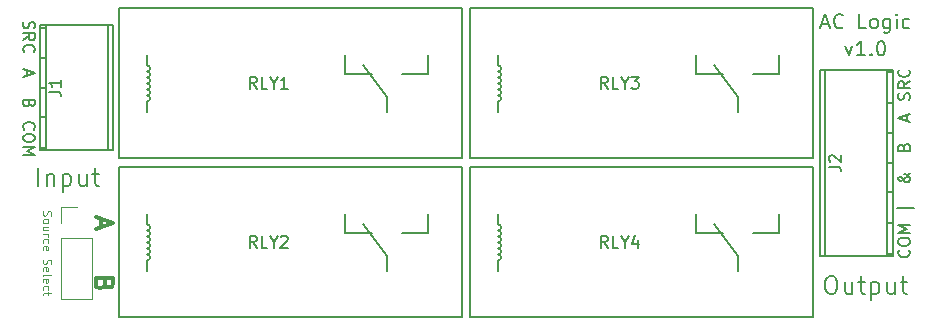
<source format=gbr>
G04 #@! TF.FileFunction,Legend,Top*
%FSLAX46Y46*%
G04 Gerber Fmt 4.6, Leading zero omitted, Abs format (unit mm)*
G04 Created by KiCad (PCBNEW 4.0.7) date 02/04/19 17:51:41*
%MOMM*%
%LPD*%
G01*
G04 APERTURE LIST*
%ADD10C,0.100000*%
%ADD11C,0.150000*%
%ADD12C,0.200000*%
%ADD13C,0.300000*%
%ADD14C,0.120000*%
G04 APERTURE END LIST*
D10*
D11*
X184467715Y-78990857D02*
X184753429Y-79790857D01*
X185039143Y-78990857D01*
X186124858Y-79790857D02*
X185439143Y-79790857D01*
X185782001Y-79790857D02*
X185782001Y-78590857D01*
X185667715Y-78762286D01*
X185553429Y-78876571D01*
X185439143Y-78933714D01*
X186639143Y-79676571D02*
X186696286Y-79733714D01*
X186639143Y-79790857D01*
X186582000Y-79733714D01*
X186639143Y-79676571D01*
X186639143Y-79790857D01*
X187439144Y-78590857D02*
X187553429Y-78590857D01*
X187667715Y-78648000D01*
X187724858Y-78705143D01*
X187782001Y-78819429D01*
X187839144Y-79048000D01*
X187839144Y-79333714D01*
X187782001Y-79562286D01*
X187724858Y-79676571D01*
X187667715Y-79733714D01*
X187553429Y-79790857D01*
X187439144Y-79790857D01*
X187324858Y-79733714D01*
X187267715Y-79676571D01*
X187210572Y-79562286D01*
X187153429Y-79333714D01*
X187153429Y-79048000D01*
X187210572Y-78819429D01*
X187267715Y-78705143D01*
X187324858Y-78648000D01*
X187439144Y-78590857D01*
X182467714Y-77162000D02*
X183039143Y-77162000D01*
X182353429Y-77504857D02*
X182753429Y-76304857D01*
X183153429Y-77504857D01*
X184239143Y-77390571D02*
X184182000Y-77447714D01*
X184010571Y-77504857D01*
X183896285Y-77504857D01*
X183724857Y-77447714D01*
X183610571Y-77333429D01*
X183553428Y-77219143D01*
X183496285Y-76990571D01*
X183496285Y-76819143D01*
X183553428Y-76590571D01*
X183610571Y-76476286D01*
X183724857Y-76362000D01*
X183896285Y-76304857D01*
X184010571Y-76304857D01*
X184182000Y-76362000D01*
X184239143Y-76419143D01*
X186239143Y-77504857D02*
X185667714Y-77504857D01*
X185667714Y-76304857D01*
X186810572Y-77504857D02*
X186696286Y-77447714D01*
X186639143Y-77390571D01*
X186582000Y-77276286D01*
X186582000Y-76933429D01*
X186639143Y-76819143D01*
X186696286Y-76762000D01*
X186810572Y-76704857D01*
X186982000Y-76704857D01*
X187096286Y-76762000D01*
X187153429Y-76819143D01*
X187210572Y-76933429D01*
X187210572Y-77276286D01*
X187153429Y-77390571D01*
X187096286Y-77447714D01*
X186982000Y-77504857D01*
X186810572Y-77504857D01*
X188239143Y-76704857D02*
X188239143Y-77676286D01*
X188182000Y-77790571D01*
X188124857Y-77847714D01*
X188010572Y-77904857D01*
X187839143Y-77904857D01*
X187724857Y-77847714D01*
X188239143Y-77447714D02*
X188124857Y-77504857D01*
X187896286Y-77504857D01*
X187782000Y-77447714D01*
X187724857Y-77390571D01*
X187667714Y-77276286D01*
X187667714Y-76933429D01*
X187724857Y-76819143D01*
X187782000Y-76762000D01*
X187896286Y-76704857D01*
X188124857Y-76704857D01*
X188239143Y-76762000D01*
X188810571Y-77504857D02*
X188810571Y-76704857D01*
X188810571Y-76304857D02*
X188753428Y-76362000D01*
X188810571Y-76419143D01*
X188867714Y-76362000D01*
X188810571Y-76304857D01*
X188810571Y-76419143D01*
X189896286Y-77447714D02*
X189782000Y-77504857D01*
X189553429Y-77504857D01*
X189439143Y-77447714D01*
X189382000Y-77390571D01*
X189324857Y-77276286D01*
X189324857Y-76933429D01*
X189382000Y-76819143D01*
X189439143Y-76762000D01*
X189553429Y-76704857D01*
X189782000Y-76704857D01*
X189896286Y-76762000D01*
X189841143Y-96289714D02*
X189888762Y-96337333D01*
X189936381Y-96480190D01*
X189936381Y-96575428D01*
X189888762Y-96718286D01*
X189793524Y-96813524D01*
X189698286Y-96861143D01*
X189507810Y-96908762D01*
X189364952Y-96908762D01*
X189174476Y-96861143D01*
X189079238Y-96813524D01*
X188984000Y-96718286D01*
X188936381Y-96575428D01*
X188936381Y-96480190D01*
X188984000Y-96337333D01*
X189031619Y-96289714D01*
X188936381Y-95670667D02*
X188936381Y-95480190D01*
X188984000Y-95384952D01*
X189079238Y-95289714D01*
X189269714Y-95242095D01*
X189603048Y-95242095D01*
X189793524Y-95289714D01*
X189888762Y-95384952D01*
X189936381Y-95480190D01*
X189936381Y-95670667D01*
X189888762Y-95765905D01*
X189793524Y-95861143D01*
X189603048Y-95908762D01*
X189269714Y-95908762D01*
X189079238Y-95861143D01*
X188984000Y-95765905D01*
X188936381Y-95670667D01*
X189936381Y-94813524D02*
X188936381Y-94813524D01*
X189650667Y-94480190D01*
X188936381Y-94146857D01*
X189936381Y-94146857D01*
X190269714Y-92710000D02*
X188841143Y-92710000D01*
X189936381Y-89741428D02*
X189936381Y-89789047D01*
X189888762Y-89884285D01*
X189745905Y-90027142D01*
X189460190Y-90265237D01*
X189317333Y-90360476D01*
X189174476Y-90408095D01*
X189079238Y-90408095D01*
X188984000Y-90360476D01*
X188936381Y-90265237D01*
X188936381Y-90217618D01*
X188984000Y-90122380D01*
X189079238Y-90074761D01*
X189126857Y-90074761D01*
X189222095Y-90122380D01*
X189269714Y-90169999D01*
X189460190Y-90455714D01*
X189507810Y-90503333D01*
X189603048Y-90550952D01*
X189745905Y-90550952D01*
X189841143Y-90503333D01*
X189888762Y-90455714D01*
X189936381Y-90360476D01*
X189936381Y-90217618D01*
X189888762Y-90122380D01*
X189841143Y-90074761D01*
X189650667Y-89931904D01*
X189507810Y-89884285D01*
X189412571Y-89884285D01*
X189412571Y-87558571D02*
X189460190Y-87415714D01*
X189507810Y-87368095D01*
X189603048Y-87320476D01*
X189745905Y-87320476D01*
X189841143Y-87368095D01*
X189888762Y-87415714D01*
X189936381Y-87510952D01*
X189936381Y-87891905D01*
X188936381Y-87891905D01*
X188936381Y-87558571D01*
X188984000Y-87463333D01*
X189031619Y-87415714D01*
X189126857Y-87368095D01*
X189222095Y-87368095D01*
X189317333Y-87415714D01*
X189364952Y-87463333D01*
X189412571Y-87558571D01*
X189412571Y-87891905D01*
X189650667Y-85328095D02*
X189650667Y-84851904D01*
X189936381Y-85423333D02*
X188936381Y-85090000D01*
X189936381Y-84756666D01*
X189888762Y-83581714D02*
X189936381Y-83438857D01*
X189936381Y-83200761D01*
X189888762Y-83105523D01*
X189841143Y-83057904D01*
X189745905Y-83010285D01*
X189650667Y-83010285D01*
X189555429Y-83057904D01*
X189507810Y-83105523D01*
X189460190Y-83200761D01*
X189412571Y-83391238D01*
X189364952Y-83486476D01*
X189317333Y-83534095D01*
X189222095Y-83581714D01*
X189126857Y-83581714D01*
X189031619Y-83534095D01*
X188984000Y-83486476D01*
X188936381Y-83391238D01*
X188936381Y-83153142D01*
X188984000Y-83010285D01*
X189936381Y-82010285D02*
X189460190Y-82343619D01*
X189936381Y-82581714D02*
X188936381Y-82581714D01*
X188936381Y-82200761D01*
X188984000Y-82105523D01*
X189031619Y-82057904D01*
X189126857Y-82010285D01*
X189269714Y-82010285D01*
X189364952Y-82057904D01*
X189412571Y-82105523D01*
X189460190Y-82200761D01*
X189460190Y-82581714D01*
X189841143Y-81010285D02*
X189888762Y-81057904D01*
X189936381Y-81200761D01*
X189936381Y-81295999D01*
X189888762Y-81438857D01*
X189793524Y-81534095D01*
X189698286Y-81581714D01*
X189507810Y-81629333D01*
X189364952Y-81629333D01*
X189174476Y-81581714D01*
X189079238Y-81534095D01*
X188984000Y-81438857D01*
X188936381Y-81295999D01*
X188936381Y-81200761D01*
X188984000Y-81057904D01*
X189031619Y-81010285D01*
D12*
X183146285Y-98492571D02*
X183431999Y-98492571D01*
X183574857Y-98564000D01*
X183717714Y-98706857D01*
X183789142Y-98992571D01*
X183789142Y-99492571D01*
X183717714Y-99778286D01*
X183574857Y-99921143D01*
X183431999Y-99992571D01*
X183146285Y-99992571D01*
X183003428Y-99921143D01*
X182860571Y-99778286D01*
X182789142Y-99492571D01*
X182789142Y-98992571D01*
X182860571Y-98706857D01*
X183003428Y-98564000D01*
X183146285Y-98492571D01*
X185074857Y-98992571D02*
X185074857Y-99992571D01*
X184432000Y-98992571D02*
X184432000Y-99778286D01*
X184503428Y-99921143D01*
X184646286Y-99992571D01*
X184860571Y-99992571D01*
X185003428Y-99921143D01*
X185074857Y-99849714D01*
X185574857Y-98992571D02*
X186146286Y-98992571D01*
X185789143Y-98492571D02*
X185789143Y-99778286D01*
X185860571Y-99921143D01*
X186003429Y-99992571D01*
X186146286Y-99992571D01*
X186646286Y-98992571D02*
X186646286Y-100492571D01*
X186646286Y-99064000D02*
X186789143Y-98992571D01*
X187074857Y-98992571D01*
X187217714Y-99064000D01*
X187289143Y-99135429D01*
X187360572Y-99278286D01*
X187360572Y-99706857D01*
X187289143Y-99849714D01*
X187217714Y-99921143D01*
X187074857Y-99992571D01*
X186789143Y-99992571D01*
X186646286Y-99921143D01*
X188646286Y-98992571D02*
X188646286Y-99992571D01*
X188003429Y-98992571D02*
X188003429Y-99778286D01*
X188074857Y-99921143D01*
X188217715Y-99992571D01*
X188432000Y-99992571D01*
X188574857Y-99921143D01*
X188646286Y-99849714D01*
X189146286Y-98992571D02*
X189717715Y-98992571D01*
X189360572Y-98492571D02*
X189360572Y-99778286D01*
X189432000Y-99921143D01*
X189574858Y-99992571D01*
X189717715Y-99992571D01*
D11*
X114911238Y-76946286D02*
X114863619Y-77089143D01*
X114863619Y-77327239D01*
X114911238Y-77422477D01*
X114958857Y-77470096D01*
X115054095Y-77517715D01*
X115149333Y-77517715D01*
X115244571Y-77470096D01*
X115292190Y-77422477D01*
X115339810Y-77327239D01*
X115387429Y-77136762D01*
X115435048Y-77041524D01*
X115482667Y-76993905D01*
X115577905Y-76946286D01*
X115673143Y-76946286D01*
X115768381Y-76993905D01*
X115816000Y-77041524D01*
X115863619Y-77136762D01*
X115863619Y-77374858D01*
X115816000Y-77517715D01*
X114863619Y-78517715D02*
X115339810Y-78184381D01*
X114863619Y-77946286D02*
X115863619Y-77946286D01*
X115863619Y-78327239D01*
X115816000Y-78422477D01*
X115768381Y-78470096D01*
X115673143Y-78517715D01*
X115530286Y-78517715D01*
X115435048Y-78470096D01*
X115387429Y-78422477D01*
X115339810Y-78327239D01*
X115339810Y-77946286D01*
X114958857Y-79517715D02*
X114911238Y-79470096D01*
X114863619Y-79327239D01*
X114863619Y-79232001D01*
X114911238Y-79089143D01*
X115006476Y-78993905D01*
X115101714Y-78946286D01*
X115292190Y-78898667D01*
X115435048Y-78898667D01*
X115625524Y-78946286D01*
X115720762Y-78993905D01*
X115816000Y-79089143D01*
X115863619Y-79232001D01*
X115863619Y-79327239D01*
X115816000Y-79470096D01*
X115768381Y-79517715D01*
X114958857Y-86082286D02*
X114911238Y-86034667D01*
X114863619Y-85891810D01*
X114863619Y-85796572D01*
X114911238Y-85653714D01*
X115006476Y-85558476D01*
X115101714Y-85510857D01*
X115292190Y-85463238D01*
X115435048Y-85463238D01*
X115625524Y-85510857D01*
X115720762Y-85558476D01*
X115816000Y-85653714D01*
X115863619Y-85796572D01*
X115863619Y-85891810D01*
X115816000Y-86034667D01*
X115768381Y-86082286D01*
X115863619Y-86701333D02*
X115863619Y-86891810D01*
X115816000Y-86987048D01*
X115720762Y-87082286D01*
X115530286Y-87129905D01*
X115196952Y-87129905D01*
X115006476Y-87082286D01*
X114911238Y-86987048D01*
X114863619Y-86891810D01*
X114863619Y-86701333D01*
X114911238Y-86606095D01*
X115006476Y-86510857D01*
X115196952Y-86463238D01*
X115530286Y-86463238D01*
X115720762Y-86510857D01*
X115816000Y-86606095D01*
X115863619Y-86701333D01*
X114863619Y-87558476D02*
X115863619Y-87558476D01*
X115149333Y-87891810D01*
X115863619Y-88225143D01*
X114863619Y-88225143D01*
X115387429Y-83891429D02*
X115339810Y-84034286D01*
X115292190Y-84081905D01*
X115196952Y-84129524D01*
X115054095Y-84129524D01*
X114958857Y-84081905D01*
X114911238Y-84034286D01*
X114863619Y-83939048D01*
X114863619Y-83558095D01*
X115863619Y-83558095D01*
X115863619Y-83891429D01*
X115816000Y-83986667D01*
X115768381Y-84034286D01*
X115673143Y-84081905D01*
X115577905Y-84081905D01*
X115482667Y-84034286D01*
X115435048Y-83986667D01*
X115387429Y-83891429D01*
X115387429Y-83558095D01*
X115149333Y-81041905D02*
X115149333Y-81518096D01*
X114863619Y-80946667D02*
X115863619Y-81280000D01*
X114863619Y-81613334D01*
D12*
X116153714Y-90848571D02*
X116153714Y-89348571D01*
X116868000Y-89848571D02*
X116868000Y-90848571D01*
X116868000Y-89991429D02*
X116939428Y-89920000D01*
X117082286Y-89848571D01*
X117296571Y-89848571D01*
X117439428Y-89920000D01*
X117510857Y-90062857D01*
X117510857Y-90848571D01*
X118225143Y-89848571D02*
X118225143Y-91348571D01*
X118225143Y-89920000D02*
X118368000Y-89848571D01*
X118653714Y-89848571D01*
X118796571Y-89920000D01*
X118868000Y-89991429D01*
X118939429Y-90134286D01*
X118939429Y-90562857D01*
X118868000Y-90705714D01*
X118796571Y-90777143D01*
X118653714Y-90848571D01*
X118368000Y-90848571D01*
X118225143Y-90777143D01*
X120225143Y-89848571D02*
X120225143Y-90848571D01*
X119582286Y-89848571D02*
X119582286Y-90634286D01*
X119653714Y-90777143D01*
X119796572Y-90848571D01*
X120010857Y-90848571D01*
X120153714Y-90777143D01*
X120225143Y-90705714D01*
X120725143Y-89848571D02*
X121296572Y-89848571D01*
X120939429Y-89348571D02*
X120939429Y-90634286D01*
X121010857Y-90777143D01*
X121153715Y-90848571D01*
X121296572Y-90848571D01*
D10*
X116556667Y-92986667D02*
X116523333Y-93086667D01*
X116523333Y-93253334D01*
X116556667Y-93320001D01*
X116590000Y-93353334D01*
X116656667Y-93386667D01*
X116723333Y-93386667D01*
X116790000Y-93353334D01*
X116823333Y-93320001D01*
X116856667Y-93253334D01*
X116890000Y-93120001D01*
X116923333Y-93053334D01*
X116956667Y-93020001D01*
X117023333Y-92986667D01*
X117090000Y-92986667D01*
X117156667Y-93020001D01*
X117190000Y-93053334D01*
X117223333Y-93120001D01*
X117223333Y-93286667D01*
X117190000Y-93386667D01*
X116523333Y-93786668D02*
X116556667Y-93720001D01*
X116590000Y-93686668D01*
X116656667Y-93653334D01*
X116856667Y-93653334D01*
X116923333Y-93686668D01*
X116956667Y-93720001D01*
X116990000Y-93786668D01*
X116990000Y-93886668D01*
X116956667Y-93953334D01*
X116923333Y-93986668D01*
X116856667Y-94020001D01*
X116656667Y-94020001D01*
X116590000Y-93986668D01*
X116556667Y-93953334D01*
X116523333Y-93886668D01*
X116523333Y-93786668D01*
X116990000Y-94620001D02*
X116523333Y-94620001D01*
X116990000Y-94320001D02*
X116623333Y-94320001D01*
X116556667Y-94353334D01*
X116523333Y-94420001D01*
X116523333Y-94520001D01*
X116556667Y-94586667D01*
X116590000Y-94620001D01*
X116523333Y-94953334D02*
X116990000Y-94953334D01*
X116856667Y-94953334D02*
X116923333Y-94986667D01*
X116956667Y-95020000D01*
X116990000Y-95086667D01*
X116990000Y-95153334D01*
X116556667Y-95686667D02*
X116523333Y-95620000D01*
X116523333Y-95486667D01*
X116556667Y-95420000D01*
X116590000Y-95386667D01*
X116656667Y-95353333D01*
X116856667Y-95353333D01*
X116923333Y-95386667D01*
X116956667Y-95420000D01*
X116990000Y-95486667D01*
X116990000Y-95620000D01*
X116956667Y-95686667D01*
X116556667Y-96253333D02*
X116523333Y-96186667D01*
X116523333Y-96053333D01*
X116556667Y-95986667D01*
X116623333Y-95953333D01*
X116890000Y-95953333D01*
X116956667Y-95986667D01*
X116990000Y-96053333D01*
X116990000Y-96186667D01*
X116956667Y-96253333D01*
X116890000Y-96286667D01*
X116823333Y-96286667D01*
X116756667Y-95953333D01*
X116556667Y-97086666D02*
X116523333Y-97186666D01*
X116523333Y-97353333D01*
X116556667Y-97420000D01*
X116590000Y-97453333D01*
X116656667Y-97486666D01*
X116723333Y-97486666D01*
X116790000Y-97453333D01*
X116823333Y-97420000D01*
X116856667Y-97353333D01*
X116890000Y-97220000D01*
X116923333Y-97153333D01*
X116956667Y-97120000D01*
X117023333Y-97086666D01*
X117090000Y-97086666D01*
X117156667Y-97120000D01*
X117190000Y-97153333D01*
X117223333Y-97220000D01*
X117223333Y-97386666D01*
X117190000Y-97486666D01*
X116556667Y-98053333D02*
X116523333Y-97986667D01*
X116523333Y-97853333D01*
X116556667Y-97786667D01*
X116623333Y-97753333D01*
X116890000Y-97753333D01*
X116956667Y-97786667D01*
X116990000Y-97853333D01*
X116990000Y-97986667D01*
X116956667Y-98053333D01*
X116890000Y-98086667D01*
X116823333Y-98086667D01*
X116756667Y-97753333D01*
X116523333Y-98486667D02*
X116556667Y-98420000D01*
X116623333Y-98386667D01*
X117223333Y-98386667D01*
X116556667Y-99020000D02*
X116523333Y-98953334D01*
X116523333Y-98820000D01*
X116556667Y-98753334D01*
X116623333Y-98720000D01*
X116890000Y-98720000D01*
X116956667Y-98753334D01*
X116990000Y-98820000D01*
X116990000Y-98953334D01*
X116956667Y-99020000D01*
X116890000Y-99053334D01*
X116823333Y-99053334D01*
X116756667Y-98720000D01*
X116556667Y-99653334D02*
X116523333Y-99586667D01*
X116523333Y-99453334D01*
X116556667Y-99386667D01*
X116590000Y-99353334D01*
X116656667Y-99320000D01*
X116856667Y-99320000D01*
X116923333Y-99353334D01*
X116956667Y-99386667D01*
X116990000Y-99453334D01*
X116990000Y-99586667D01*
X116956667Y-99653334D01*
X116990000Y-99853334D02*
X116990000Y-100120000D01*
X117223333Y-99953334D02*
X116623333Y-99953334D01*
X116556667Y-99986667D01*
X116523333Y-100053334D01*
X116523333Y-100120000D01*
D13*
X121773143Y-99167143D02*
X121701714Y-99381429D01*
X121630286Y-99452857D01*
X121487429Y-99524286D01*
X121273143Y-99524286D01*
X121130286Y-99452857D01*
X121058857Y-99381429D01*
X120987429Y-99238571D01*
X120987429Y-98667143D01*
X122487429Y-98667143D01*
X122487429Y-99167143D01*
X122416000Y-99310000D01*
X122344571Y-99381429D01*
X122201714Y-99452857D01*
X122058857Y-99452857D01*
X121916000Y-99381429D01*
X121844571Y-99310000D01*
X121773143Y-99167143D01*
X121773143Y-98667143D01*
X121416000Y-93622857D02*
X121416000Y-94337143D01*
X120987429Y-93480000D02*
X122487429Y-93980000D01*
X120987429Y-94480000D01*
D14*
X118050000Y-100390000D02*
X120710000Y-100390000D01*
X118050000Y-95250000D02*
X118050000Y-100390000D01*
X120710000Y-95250000D02*
X120710000Y-100390000D01*
X118050000Y-95250000D02*
X120710000Y-95250000D01*
X118050000Y-93980000D02*
X118050000Y-92650000D01*
X118050000Y-92650000D02*
X119380000Y-92650000D01*
D11*
X125349000Y-80645000D02*
X125349000Y-79756000D01*
X125349000Y-83693000D02*
X125349000Y-84582000D01*
X125349000Y-82169000D02*
G75*
G03X125349000Y-81661000I0J254000D01*
G01*
X145669000Y-83312000D02*
X143637000Y-80645000D01*
X145669000Y-84582000D02*
X145669000Y-83312000D01*
X149098000Y-81407000D02*
X146939000Y-81407000D01*
X149098000Y-79756000D02*
X149098000Y-81407000D01*
X142113000Y-81407000D02*
X144399000Y-81407000D01*
X142113000Y-79756000D02*
X142113000Y-81407000D01*
X122986000Y-75819000D02*
X122986000Y-88519000D01*
X151986000Y-88519000D02*
X122986000Y-88519000D01*
X151986000Y-75819000D02*
X151986000Y-88519000D01*
X122986000Y-75819000D02*
X151986000Y-75819000D01*
X125349000Y-81153000D02*
G75*
G03X125349000Y-80645000I0J254000D01*
G01*
X125349000Y-81661000D02*
G75*
G03X125349000Y-81153000I0J254000D01*
G01*
X125349000Y-83185000D02*
G75*
G03X125349000Y-82677000I0J254000D01*
G01*
X125349000Y-82677000D02*
G75*
G03X125349000Y-82169000I0J254000D01*
G01*
X125349000Y-83693000D02*
G75*
G03X125349000Y-83185000I0J254000D01*
G01*
X125349000Y-94107000D02*
X125349000Y-93218000D01*
X125349000Y-97155000D02*
X125349000Y-98044000D01*
X125349000Y-95631000D02*
G75*
G03X125349000Y-95123000I0J254000D01*
G01*
X145669000Y-96774000D02*
X143637000Y-94107000D01*
X145669000Y-98044000D02*
X145669000Y-96774000D01*
X149098000Y-94869000D02*
X146939000Y-94869000D01*
X149098000Y-93218000D02*
X149098000Y-94869000D01*
X142113000Y-94869000D02*
X144399000Y-94869000D01*
X142113000Y-93218000D02*
X142113000Y-94869000D01*
X122986000Y-89281000D02*
X122986000Y-101981000D01*
X151986000Y-101981000D02*
X122986000Y-101981000D01*
X151986000Y-89281000D02*
X151986000Y-101981000D01*
X122986000Y-89281000D02*
X151986000Y-89281000D01*
X125349000Y-94615000D02*
G75*
G03X125349000Y-94107000I0J254000D01*
G01*
X125349000Y-95123000D02*
G75*
G03X125349000Y-94615000I0J254000D01*
G01*
X125349000Y-96647000D02*
G75*
G03X125349000Y-96139000I0J254000D01*
G01*
X125349000Y-96139000D02*
G75*
G03X125349000Y-95631000I0J254000D01*
G01*
X125349000Y-97155000D02*
G75*
G03X125349000Y-96647000I0J254000D01*
G01*
X155067000Y-80645000D02*
X155067000Y-79756000D01*
X155067000Y-83693000D02*
X155067000Y-84582000D01*
X155067000Y-82169000D02*
G75*
G03X155067000Y-81661000I0J254000D01*
G01*
X175387000Y-83312000D02*
X173355000Y-80645000D01*
X175387000Y-84582000D02*
X175387000Y-83312000D01*
X178816000Y-81407000D02*
X176657000Y-81407000D01*
X178816000Y-79756000D02*
X178816000Y-81407000D01*
X171831000Y-81407000D02*
X174117000Y-81407000D01*
X171831000Y-79756000D02*
X171831000Y-81407000D01*
X152704000Y-75819000D02*
X152704000Y-88519000D01*
X181704000Y-88519000D02*
X152704000Y-88519000D01*
X181704000Y-75819000D02*
X181704000Y-88519000D01*
X152704000Y-75819000D02*
X181704000Y-75819000D01*
X155067000Y-81153000D02*
G75*
G03X155067000Y-80645000I0J254000D01*
G01*
X155067000Y-81661000D02*
G75*
G03X155067000Y-81153000I0J254000D01*
G01*
X155067000Y-83185000D02*
G75*
G03X155067000Y-82677000I0J254000D01*
G01*
X155067000Y-82677000D02*
G75*
G03X155067000Y-82169000I0J254000D01*
G01*
X155067000Y-83693000D02*
G75*
G03X155067000Y-83185000I0J254000D01*
G01*
X155067000Y-94107000D02*
X155067000Y-93218000D01*
X155067000Y-97155000D02*
X155067000Y-98044000D01*
X155067000Y-95631000D02*
G75*
G03X155067000Y-95123000I0J254000D01*
G01*
X175387000Y-96774000D02*
X173355000Y-94107000D01*
X175387000Y-98044000D02*
X175387000Y-96774000D01*
X178816000Y-94869000D02*
X176657000Y-94869000D01*
X178816000Y-93218000D02*
X178816000Y-94869000D01*
X171831000Y-94869000D02*
X174117000Y-94869000D01*
X171831000Y-93218000D02*
X171831000Y-94869000D01*
X152704000Y-89281000D02*
X152704000Y-101981000D01*
X181704000Y-101981000D02*
X152704000Y-101981000D01*
X181704000Y-89281000D02*
X181704000Y-101981000D01*
X152704000Y-89281000D02*
X181704000Y-89281000D01*
X155067000Y-94615000D02*
G75*
G03X155067000Y-94107000I0J254000D01*
G01*
X155067000Y-95123000D02*
G75*
G03X155067000Y-94615000I0J254000D01*
G01*
X155067000Y-96647000D02*
G75*
G03X155067000Y-96139000I0J254000D01*
G01*
X155067000Y-96139000D02*
G75*
G03X155067000Y-95631000I0J254000D01*
G01*
X155067000Y-97155000D02*
G75*
G03X155067000Y-96647000I0J254000D01*
G01*
X122478800Y-87850980D02*
X122478800Y-77249020D01*
X122080020Y-77249020D02*
X122080020Y-87850980D01*
X116779040Y-77249020D02*
X116779040Y-87850980D01*
X116281200Y-87850980D02*
X116281200Y-77249020D01*
X116779040Y-85046820D02*
X116281200Y-85046820D01*
X116779040Y-82550000D02*
X116281200Y-82550000D01*
X116281200Y-77452220D02*
X116779040Y-77452220D01*
X116779040Y-87650320D02*
X116281200Y-87650320D01*
X116281200Y-80053180D02*
X116779040Y-80053180D01*
X116281200Y-87848440D02*
X122478800Y-87848440D01*
X122478800Y-77254100D02*
X116281200Y-77254100D01*
X182321200Y-81000600D02*
X182321200Y-96799400D01*
X182719980Y-81000600D02*
X182719980Y-96799400D01*
X188518800Y-96799400D02*
X188518800Y-81000600D01*
X188020960Y-81000600D02*
X188020960Y-96799400D01*
X188020960Y-83799680D02*
X188518800Y-83799680D01*
X188020960Y-86400640D02*
X188518800Y-86400640D01*
X188020960Y-88902540D02*
X188518800Y-88902540D01*
X188020960Y-91399360D02*
X188518800Y-91399360D01*
X188518800Y-96596200D02*
X188020960Y-96596200D01*
X188020960Y-81203800D02*
X188518800Y-81203800D01*
X188518800Y-93997780D02*
X188020960Y-93997780D01*
X188518800Y-81005680D02*
X182321200Y-81005680D01*
X182321200Y-96794320D02*
X188518800Y-96794320D01*
X134636000Y-82621381D02*
X134302666Y-82145190D01*
X134064571Y-82621381D02*
X134064571Y-81621381D01*
X134445524Y-81621381D01*
X134540762Y-81669000D01*
X134588381Y-81716619D01*
X134636000Y-81811857D01*
X134636000Y-81954714D01*
X134588381Y-82049952D01*
X134540762Y-82097571D01*
X134445524Y-82145190D01*
X134064571Y-82145190D01*
X135540762Y-82621381D02*
X135064571Y-82621381D01*
X135064571Y-81621381D01*
X136064571Y-82145190D02*
X136064571Y-82621381D01*
X135731238Y-81621381D02*
X136064571Y-82145190D01*
X136397905Y-81621381D01*
X137255048Y-82621381D02*
X136683619Y-82621381D01*
X136969333Y-82621381D02*
X136969333Y-81621381D01*
X136874095Y-81764238D01*
X136778857Y-81859476D01*
X136683619Y-81907095D01*
X134636000Y-96083381D02*
X134302666Y-95607190D01*
X134064571Y-96083381D02*
X134064571Y-95083381D01*
X134445524Y-95083381D01*
X134540762Y-95131000D01*
X134588381Y-95178619D01*
X134636000Y-95273857D01*
X134636000Y-95416714D01*
X134588381Y-95511952D01*
X134540762Y-95559571D01*
X134445524Y-95607190D01*
X134064571Y-95607190D01*
X135540762Y-96083381D02*
X135064571Y-96083381D01*
X135064571Y-95083381D01*
X136064571Y-95607190D02*
X136064571Y-96083381D01*
X135731238Y-95083381D02*
X136064571Y-95607190D01*
X136397905Y-95083381D01*
X136683619Y-95178619D02*
X136731238Y-95131000D01*
X136826476Y-95083381D01*
X137064572Y-95083381D01*
X137159810Y-95131000D01*
X137207429Y-95178619D01*
X137255048Y-95273857D01*
X137255048Y-95369095D01*
X137207429Y-95511952D01*
X136636000Y-96083381D01*
X137255048Y-96083381D01*
X164354000Y-82621381D02*
X164020666Y-82145190D01*
X163782571Y-82621381D02*
X163782571Y-81621381D01*
X164163524Y-81621381D01*
X164258762Y-81669000D01*
X164306381Y-81716619D01*
X164354000Y-81811857D01*
X164354000Y-81954714D01*
X164306381Y-82049952D01*
X164258762Y-82097571D01*
X164163524Y-82145190D01*
X163782571Y-82145190D01*
X165258762Y-82621381D02*
X164782571Y-82621381D01*
X164782571Y-81621381D01*
X165782571Y-82145190D02*
X165782571Y-82621381D01*
X165449238Y-81621381D02*
X165782571Y-82145190D01*
X166115905Y-81621381D01*
X166354000Y-81621381D02*
X166973048Y-81621381D01*
X166639714Y-82002333D01*
X166782572Y-82002333D01*
X166877810Y-82049952D01*
X166925429Y-82097571D01*
X166973048Y-82192810D01*
X166973048Y-82430905D01*
X166925429Y-82526143D01*
X166877810Y-82573762D01*
X166782572Y-82621381D01*
X166496857Y-82621381D01*
X166401619Y-82573762D01*
X166354000Y-82526143D01*
X164354000Y-96083381D02*
X164020666Y-95607190D01*
X163782571Y-96083381D02*
X163782571Y-95083381D01*
X164163524Y-95083381D01*
X164258762Y-95131000D01*
X164306381Y-95178619D01*
X164354000Y-95273857D01*
X164354000Y-95416714D01*
X164306381Y-95511952D01*
X164258762Y-95559571D01*
X164163524Y-95607190D01*
X163782571Y-95607190D01*
X165258762Y-96083381D02*
X164782571Y-96083381D01*
X164782571Y-95083381D01*
X165782571Y-95607190D02*
X165782571Y-96083381D01*
X165449238Y-95083381D02*
X165782571Y-95607190D01*
X166115905Y-95083381D01*
X166877810Y-95416714D02*
X166877810Y-96083381D01*
X166639714Y-95035762D02*
X166401619Y-95750048D01*
X167020667Y-95750048D01*
X117054381Y-82883333D02*
X117768667Y-82883333D01*
X117911524Y-82930953D01*
X118006762Y-83026191D01*
X118054381Y-83169048D01*
X118054381Y-83264286D01*
X118054381Y-81883333D02*
X118054381Y-82454762D01*
X118054381Y-82169048D02*
X117054381Y-82169048D01*
X117197238Y-82264286D01*
X117292476Y-82359524D01*
X117340095Y-82454762D01*
X183094381Y-89233333D02*
X183808667Y-89233333D01*
X183951524Y-89280953D01*
X184046762Y-89376191D01*
X184094381Y-89519048D01*
X184094381Y-89614286D01*
X183189619Y-88804762D02*
X183142000Y-88757143D01*
X183094381Y-88661905D01*
X183094381Y-88423809D01*
X183142000Y-88328571D01*
X183189619Y-88280952D01*
X183284857Y-88233333D01*
X183380095Y-88233333D01*
X183522952Y-88280952D01*
X184094381Y-88852381D01*
X184094381Y-88233333D01*
M02*

</source>
